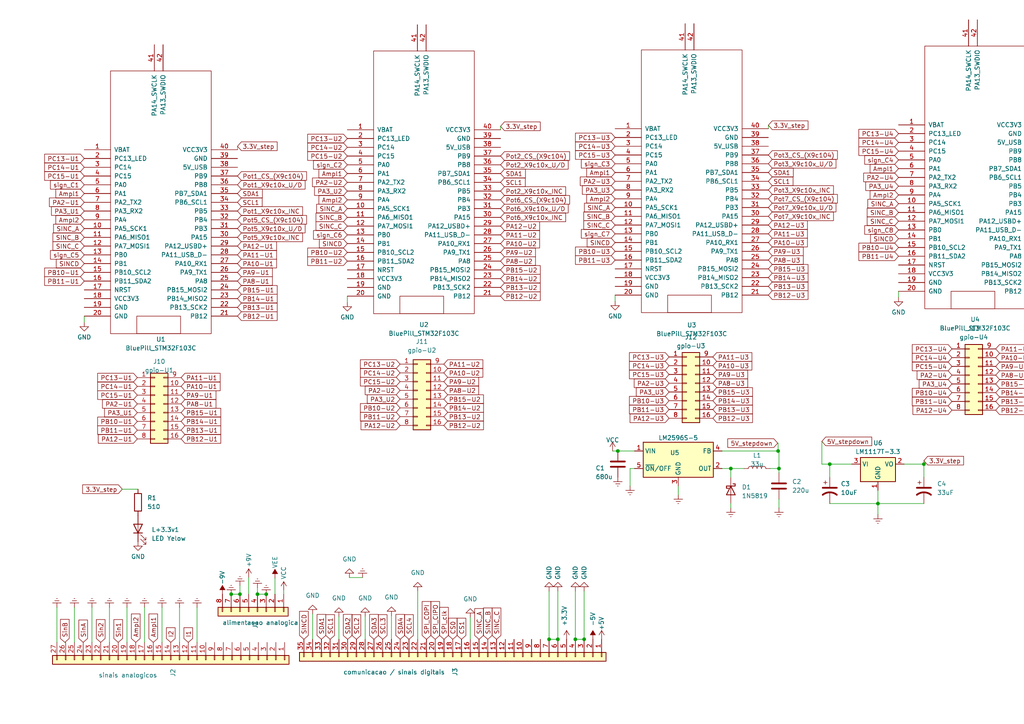
<source format=kicad_sch>
(kicad_sch (version 20230121) (generator eeschema)
  (paper "A4")
  (title_block (title "Placa de aquisicao STM32Bluepill") (date "2024-07-25") (rev "V01") (comment 1 "Autor: Gustavo Pinheiro") (comment 2 "Baseado no barramento V04") (comment 3 "Atenção: os sinais sinc_A , sinc_B e sinc_C foram adicionados ao barramento principal") (comment 4 "4 Canais + amplitude de corrente ou 8 canais"))
  (junction (at 69.5948 172.339))
  (junction (at 67.0548 172.339))
  (junction (at 254.635 146.05))
  (junction (at 225.679 130.81))
  (junction (at 179.197 130.81))
  (junction (at 77.2148 172.339))
  (junction (at 159.258 185.42))
  (junction (at 166.878 185.42))
  (junction (at 169.418 185.42))
  (junction (at 161.798 185.42))
  (junction (at 211.963 135.89))
  (junction (at 240.665 134.62))
  (junction (at 74.6748 172.339))
  (junction (at 225.933 135.89))
  (junction (at 267.97 134.62))
  (wire (pts (xy 209.423 130.81) (xy 225.679 130.81)))
  (wire (pts (xy 67.0548 172.339) (xy 69.5948 172.339)))
  (wire (pts (xy 100.7364 87.6808) (xy 100.7364 85.9028)))
  (wire (pts (xy 16.51 176.149) (xy 16.51 186.309)))
  (wire (pts (xy 262.255 134.62) (xy 267.97 134.62)))
  (wire (pts (xy 101.346 167.513) (xy 105.156 167.513)))
  (wire (pts (xy 182.753 135.89) (xy 184.023 135.89)))
  (wire (pts (xy 72.1348 167.513) (xy 72.1348 172.339)))
  (wire (pts (xy 26.67 176.149) (xy 26.67 186.309)))
  (wire (pts (xy 254.635 142.24) (xy 254.635 146.05)))
  (wire (pts (xy 159.258 171.45) (xy 159.258 185.42)))
  (wire (pts (xy 209.423 135.89) (xy 211.963 135.89)))
  (wire (pts (xy 260.604 86.2584) (xy 260.604 84.4804)))
  (wire (pts (xy 98.298 178.816) (xy 98.298 185.42)))
  (wire (pts (xy 68.8848 42.418) (xy 68.8848 43.434)))
  (wire (pts (xy 305.054 35.2044) (xy 305.054 36.2204)))
  (wire (pts (xy 225.933 130.81) (xy 225.933 135.89)))
  (wire (pts (xy 161.798 171.45) (xy 161.798 185.42)))
  (wire (pts (xy 74.6731 171.659) (xy 74.6748 171.659)))
  (wire (pts (xy 21.59 176.149) (xy 21.59 186.309)))
  (wire (pts (xy 52.07 176.149) (xy 52.07 186.309)))
  (wire (pts (xy 145.1864 36.6268) (xy 145.1864 37.6428)))
  (wire (pts (xy 74.6731 170.4476) (xy 74.6731 171.659)))
  (wire (pts (xy 69.5948 169.799) (xy 69.5948 172.339)))
  (wire (pts (xy 254.635 146.05) (xy 267.97 146.05)))
  (wire (pts (xy 238.379 134.62) (xy 240.665 134.62)))
  (wire (pts (xy 225.679 130.81) (xy 225.933 130.81)))
  (wire (pts (xy 225.679 128.524) (xy 225.552 128.524)))
  (wire (pts (xy 136.398 179.07) (xy 136.398 185.42)))
  (wire (pts (xy 57.15 176.149) (xy 57.15 186.309)))
  (wire (pts (xy 179.197 130.81) (xy 184.023 130.81)))
  (wire (pts (xy 79.755 167.6559) (xy 79.755 172.339)))
  (wire (pts (xy 211.963 147.32) (xy 211.963 146.05)))
  (wire (pts (xy 240.665 138.43) (xy 240.665 134.62)))
  (wire (pts (xy 79.755 172.339) (xy 79.7548 172.339)))
  (wire (pts (xy 166.878 185.42) (xy 169.418 185.42)))
  (wire (pts (xy 74.6748 171.659) (xy 74.6748 172.339)))
  (wire (pts (xy 36.83 176.149) (xy 36.83 186.309)))
  (wire (pts (xy 182.753 140.97) (xy 182.753 135.89)))
  (wire (pts (xy 254.635 146.05) (xy 254.635 149.225)))
  (wire (pts (xy 166.878 171.45) (xy 166.878 185.42)))
  (wire (pts (xy 105.918 178.816) (xy 105.918 185.42)))
  (wire (pts (xy 225.933 147.32) (xy 225.933 144.78)))
  (wire (pts (xy 240.665 134.62) (xy 247.015 134.62)))
  (wire (pts (xy 267.97 134.62) (xy 267.97 138.43)))
  (wire (pts (xy 82.296 171.232) (xy 82.296 172.339)))
  (wire (pts (xy 169.418 171.45) (xy 169.418 185.42)))
  (wire (pts (xy 82.2948 172.339) (xy 82.296 172.339)))
  (wire (pts (xy 211.963 135.89) (xy 211.963 138.43)))
  (wire (pts (xy 177.673 130.81) (xy 179.197 130.81)))
  (wire (pts (xy 267.97 133.604) (xy 267.97 134.62)))
  (wire (pts (xy 159.258 185.42) (xy 161.798 185.42)))
  (wire (pts (xy 19.05 186.309) (xy 18.796 186.309)))
  (wire (pts (xy 40.0304 141.8844) (xy 35.4584 141.8844)))
  (wire (pts (xy 225.679 130.81) (xy 225.679 128.524)))
  (wire (pts (xy 225.933 135.89) (xy 225.933 137.16)))
  (wire (pts (xy 240.665 146.05) (xy 254.635 146.05)))
  (wire (pts (xy 196.723 143.51) (xy 196.723 140.97)))
  (wire (pts (xy 238.379 128.016) (xy 238.379 134.62)))
  (wire (pts (xy 74.6748 172.339) (xy 77.2148 172.339)))
  (wire (pts (xy 223.393 135.89) (xy 225.933 135.89)))
  (wire (pts (xy 90.678 178.054) (xy 90.678 185.42)))
  (wire (pts (xy 24.4348 93.472) (xy 24.4348 91.694)))
  (wire (pts (xy 222.8596 36.322) (xy 222.8596 37.338)))
  (wire (pts (xy 41.91 176.149) (xy 41.91 186.309)))
  (wire (pts (xy 113.538 178.562) (xy 113.538 185.42)))
  (wire (pts (xy 178.4096 87.376) (xy 178.4096 85.598)))
  (wire (pts (xy 31.75 176.149) (xy 31.75 186.309)))
  (wire (pts (xy 211.963 135.89) (xy 215.773 135.89)))
  (wire (pts (xy 121.158 171.45) (xy 121.158 185.42)))
  (wire (pts (xy 46.99 176.149) (xy 46.99 186.309)))
  (global_label "3.3V_step" (shape input) (at 267.97 133.604 0) (property "Intersheetrefs" "${INTERSHEET_REFS}" (effects hide)))
  (global_label "sign_C6" (shape input) (at 100.7364 68.1228 180) (property "Intersheetrefs" "${INTERSHEET_REFS}" (effects hide)))
  (global_label "PA2-U3" (shape input) (at 194.056 111.1504 180) (property "Intersheetrefs" "${INTERSHEET_REFS}" (effects hide)))
  (global_label "SINC_B" (shape input) (at 178.4096 62.738 180) (property "Intersheetrefs" "${INTERSHEET_REFS}" (effects hide)))
  (global_label "Pot5_X9c10x_U{slash}D" (shape input) (at 68.8848 66.294 0) (property "Intersheetrefs" "${INTERSHEET_REFS}" (effects hide)))
  (global_label "PA10-U1" (shape input) (at 52.5272 112.0648 0) (property "Intersheetrefs" "${INTERSHEET_REFS}" (effects hide)))
  (global_label "SPI_clk" (shape input) (at 128.778 185.42 90) (property "Intersheetrefs" "${INTERSHEET_REFS}" (effects hide)))
  (global_label "sign_C5" (shape input) (at -82.2452 157.3784 180) (property "Intersheetrefs" "${INTERSHEET_REFS}" (effects hide)))
  (global_label "PC13-U1" (shape input) (at 24.4348 45.974 180) (property "Intersheetrefs" "${INTERSHEET_REFS}" (effects hide)))
  (global_label "I1" (shape input) (at 54.61 186.309 90) (property "Intersheetrefs" "${INTERSHEET_REFS}" (effects hide)))
  (global_label "Pot6_X9c10x_U{slash}D" (shape input) (at -142.4432 173.1264 180) (property "Intersheetrefs" "${INTERSHEET_REFS}" (effects hide)))
  (global_label "PC15-U3" (shape input) (at 194.056 108.6104 180) (property "Intersheetrefs" "${INTERSHEET_REFS}" (effects hide)))
  (global_label "PA9-U1" (shape input) (at 52.5272 114.6048 0) (property "Intersheetrefs" "${INTERSHEET_REFS}" (effects hide)))
  (global_label "PC14-U4" (shape input) (at 260.604 41.3004 180) (property "Intersheetrefs" "${INTERSHEET_REFS}" (effects hide)))
  (global_label "PA8-U1" (shape input) (at 68.8848 81.534 0) (property "Intersheetrefs" "${INTERSHEET_REFS}" (effects hide)))
  (global_label "PA11-U1" (shape input) (at 68.8848 73.914 0) (property "Intersheetrefs" "${INTERSHEET_REFS}" (effects hide)))
  (global_label "Pot3_X9c10x_U{slash}D" (shape input) (at -64.8716 129.6924 0) (property "Intersheetrefs" "${INTERSHEET_REFS}" (effects hide)))
  (global_label "PA10-U3" (shape input) (at 206.756 106.0704 0) (property "Intersheetrefs" "${INTERSHEET_REFS}" (effects hide)))
  (global_label "Pot8_CS_(X9c104)" (shape input) (at -129.7432 170.5864 0) (property "Intersheetrefs" "${INTERSHEET_REFS}" (effects hide)))
  (global_label "PC15-U3" (shape input) (at 178.4096 44.958 180) (property "Intersheetrefs" "${INTERSHEET_REFS}" (effects hide)))
  (global_label "SCL1" (shape input) (at 305.054 51.4604 0) (property "Intersheetrefs" "${INTERSHEET_REFS}" (effects hide)))
  (global_label "SDA3" (shape input) (at 108.458 185.42 90) (property "Intersheetrefs" "${INTERSHEET_REFS}" (effects hide)))
  (global_label "Pot8_X9c10x_INC" (shape input) (at -129.7432 175.6664 0) (property "Intersheetrefs" "${INTERSHEET_REFS}" (effects hide)))
  (global_label "PC14-U3" (shape input) (at 194.056 106.0704 180) (property "Intersheetrefs" "${INTERSHEET_REFS}" (effects hide)))
  (global_label "PB15-U3" (shape input) (at 222.8596 77.978 0) (property "Intersheetrefs" "${INTERSHEET_REFS}" (effects hide)))
  (global_label "Pot1_CS_(X9c104)" (shape input) (at -138.6332 132.4864 180) (property "Intersheetrefs" "${INTERSHEET_REFS}" (effects hide)))
  (global_label "Pot7_X9c10x_U{slash}D" (shape input) (at -69.5452 164.9984 0) (property "Intersheetrefs" "${INTERSHEET_REFS}" (effects hide)))
  (global_label "sign_C3" (shape input) (at -64.8716 122.0724 0) (property "Intersheetrefs" "${INTERSHEET_REFS}" (effects hide)))
  (global_label "PB14-U1" (shape input) (at 68.8848 86.614 0) (property "Intersheetrefs" "${INTERSHEET_REFS}" (effects hide)))
  (global_label "CS1" (shape input) (at 133.858 185.42 90) (property "Intersheetrefs" "${INTERSHEET_REFS}" (effects hide)))
  (global_label "PA11-U1" (shape input) (at 52.5272 109.5248 0) (property "Intersheetrefs" "${INTERSHEET_REFS}" (effects hide)))
  (global_label "PA11-U4" (shape input) (at 305.054 66.7004 0) (property "Intersheetrefs" "${INTERSHEET_REFS}" (effects hide)))
  (global_label "PB11-U2" (shape input) (at 116.0272 120.8532 180) (property "Intersheetrefs" "${INTERSHEET_REFS}" (effects hide)))
  (global_label "SDA2" (shape input) (at 100.838 185.42 90) (property "Intersheetrefs" "${INTERSHEET_REFS}" (effects hide)))
  (global_label "Pot7_X9c10x_INC" (shape input) (at -69.5452 167.5384 0) (property "Intersheetrefs" "${INTERSHEET_REFS}" (effects hide)))
  (global_label "PB14-U3" (shape input) (at 206.756 116.2304 0) (property "Intersheetrefs" "${INTERSHEET_REFS}" (effects hide)))
  (global_label "Pot8_X9c10x_U{slash}D" (shape input) (at -129.7432 173.1264 0) (property "Intersheetrefs" "${INTERSHEET_REFS}" (effects hide)))
  (global_label "PB11-U4" (shape input) (at 260.604 74.3204 180) (property "Intersheetrefs" "${INTERSHEET_REFS}" (effects hide)))
  (global_label "PB12-U2" (shape input) (at 145.1864 85.9028 0) (property "Intersheetrefs" "${INTERSHEET_REFS}" (effects hide)))
  (global_label "PA2-U2" (shape input) (at 116.0272 113.2332 180) (property "Intersheetrefs" "${INTERSHEET_REFS}" (effects hide)))
  (global_label "PB15-U1" (shape input) (at 52.5272 119.6848 0) (property "Intersheetrefs" "${INTERSHEET_REFS}" (effects hide)))
  (global_label "Pot4_CS_(X9c104)" (shape input) (at 305.054 43.8404 0) (property "Intersheetrefs" "${INTERSHEET_REFS}" (effects hide)))
  (global_label "PB13-U2" (shape input) (at 145.1864 83.3628 0) (property "Intersheetrefs" "${INTERSHEET_REFS}" (effects hide)))
  (global_label "PB14-U4" (shape input) (at 305.054 79.4004 0) (property "Intersheetrefs" "${INTERSHEET_REFS}" (effects hide)))
  (global_label "PB15-U2" (shape input) (at 145.1864 78.2828 0) (property "Intersheetrefs" "${INTERSHEET_REFS}" (effects hide)))
  (global_label "Ampl2" (shape input) (at 178.4096 57.658 180) (property "Intersheetrefs" "${INTERSHEET_REFS}" (effects hide)))
  (global_label "sign_C6" (shape input) (at -142.4432 160.4264 180) (property "Intersheetrefs" "${INTERSHEET_REFS}" (effects hide)))
  (global_label "Ampl1" (shape input) (at 44.45 186.309 90) (property "Intersheetrefs" "${INTERSHEET_REFS}" (effects hide)))
  (global_label "PA8-U3" (shape input) (at 222.8596 75.438 0) (property "Intersheetrefs" "${INTERSHEET_REFS}" (effects hide)))
  (global_label "sign_C2" (shape input) (at -77.5716 124.6124 180) (property "Intersheetrefs" "${INTERSHEET_REFS}" (effects hide)))
  (global_label "SDA1" (shape input) (at 93.218 185.42 90) (property "Intersheetrefs" "${INTERSHEET_REFS}" (effects hide)))
  (global_label "PC13-U3" (shape input) (at 194.056 103.5304 180) (property "Intersheetrefs" "${INTERSHEET_REFS}" (effects hide)))
  (global_label "PB11-U2" (shape input) (at 100.7364 75.7428 180) (property "Intersheetrefs" "${INTERSHEET_REFS}" (effects hide)))
  (global_label "SINC_A" (shape input) (at 100.7364 60.5028 180) (property "Intersheetrefs" "${INTERSHEET_REFS}" (effects hide)))
  (global_label "PB12-U1" (shape input) (at 68.8848 91.694 0) (property "Intersheetrefs" "${INTERSHEET_REFS}" (effects hide)))
  (global_label "PC14-U2" (shape input) (at 100.7364 42.7228 180) (property "Intersheetrefs" "${INTERSHEET_REFS}" (effects hide)))
  (global_label "sign_C8" (shape input) (at -69.5452 159.9184 0) (property "Intersheetrefs" "${INTERSHEET_REFS}" (effects hide)))
  (global_label "3.3V_step" (shape input) (at 35.4584 141.8844 180) (property "Intersheetrefs" "${INTERSHEET_REFS}" (effects hide)))
  (global_label "Pot7_X9c10x_INC" (shape input) (at 222.8596 62.738 0) (property "Intersheetrefs" "${INTERSHEET_REFS}" (effects hide)))
  (global_label "PC13-U3" (shape input) (at 178.4096 39.878 180) (property "Intersheetrefs" "${INTERSHEET_REFS}" (effects hide)))
  (global_label "sign_C6" (shape input) (at -82.2452 159.9184 180) (property "Intersheetrefs" "${INTERSHEET_REFS}" (effects hide)))
  (global_label "PB10-U4" (shape input) (at 276.098 113.8936 180) (property "Intersheetrefs" "${INTERSHEET_REFS}" (effects hide)))
  (global_label "Pot7_CS_(X9c104)" (shape input) (at 222.8596 57.658 0) (property "Intersheetrefs" "${INTERSHEET_REFS}" (effects hide)))
  (global_label "Pot5_CS_(X9c104)" (shape input) (at -82.2452 162.4584 180) (property "Intersheetrefs" "${INTERSHEET_REFS}" (effects hide)))
  (global_label "PA11-U2" (shape input) (at 128.7272 105.6132 0) (property "Intersheetrefs" "${INTERSHEET_REFS}" (effects hide)))
  (global_label "SINC_B" (shape input) (at 260.604 61.6204 180) (property "Intersheetrefs" "${INTERSHEET_REFS}" (effects hide)))
  (global_label "Pot3_X9c10x_INC" (shape input) (at 222.8596 55.118 0) (property "Intersheetrefs" "${INTERSHEET_REFS}" (effects hide)))
  (global_label "Pot2_CS_(X9c104)" (shape input) (at -77.5716 134.7724 180) (property "Intersheetrefs" "${INTERSHEET_REFS}" (effects hide)))
  (global_label "Pot6_CS_(X9c104)" (shape input) (at -142.4432 170.5864 180) (property "Intersheetrefs" "${INTERSHEET_REFS}" (effects hide)))
  (global_label "PA8-U2" (shape input) (at 128.7272 113.2332 0) (property "Intersheetrefs" "${INTERSHEET_REFS}" (effects hide)))
  (global_label "PA2-U4" (shape input) (at 276.098 108.8136 180) (property "Intersheetrefs" "${INTERSHEET_REFS}" (effects hide)))
  (global_label "PA11-U4" (shape input) (at 288.798 101.1936 0) (property "Intersheetrefs" "${INTERSHEET_REFS}" (effects hide)))
  (global_label "PA9-U3" (shape input) (at 222.8596 72.898 0) (property "Intersheetrefs" "${INTERSHEET_REFS}" (effects hide)))
  (global_label "Pot8_X9c10x_U{slash}D" (shape input) (at -69.5452 172.6184 0) (property "Intersheetrefs" "${INTERSHEET_REFS}" (effects hide)))
  (global_label "PB11-U1" (shape input) (at 39.8272 124.7648 180) (property "Intersheetrefs" "${INTERSHEET_REFS}" (effects hide)))
  (global_label "PA10-U3" (shape input) (at 222.8596 70.358 0) (property "Intersheetrefs" "${INTERSHEET_REFS}" (effects hide)))
  (global_label "SDA1" (shape input) (at 145.1864 50.3428 0) (property "Intersheetrefs" "${INTERSHEET_REFS}" (effects hide)))
  (global_label "Pot8_CS_(X9c104)" (shape input) (at -69.5452 170.0784 0) (property "Intersheetrefs" "${INTERSHEET_REFS}" (effects hide)))
  (global_label "3.3V_step" (shape input) (at 145.1864 36.6268 0) (property "Intersheetrefs" "${INTERSHEET_REFS}" (effects hide)))
  (global_label "SINC_C" (shape input) (at 100.7364 65.5828 180) (property "Intersheetrefs" "${INTERSHEET_REFS}" (effects hide)))
  (global_label "Pot1_X9c10x_INC" (shape input) (at 68.8848 61.214 0) (property "Intersheetrefs" "${INTERSHEET_REFS}" (effects hide)))
  (global_label "SINC_C" (shape input) (at 260.604 64.1604 180) (property "Intersheetrefs" "${INTERSHEET_REFS}" (effects hide)))
  (global_label "Ampl1" (shape input) (at 178.4096 50.038 180) (property "Intersheetrefs" "${INTERSHEET_REFS}" (effects hide)))
  (global_label "Pot3_X9c10x_U{slash}D" (shape input) (at 222.8596 47.498 0) (property "Intersheetrefs" "${INTERSHEET_REFS}" (effects hide)))
  (global_label "PA12-U3" (shape input) (at 194.056 121.3104 180) (property "Intersheetrefs" "${INTERSHEET_REFS}" (effects hide)))
  (global_label "PA3_U4" (shape input) (at 276.098 111.3536 180) (property "Intersheetrefs" "${INTERSHEET_REFS}" (effects hide)))
  (global_label "sign_C5" (shape input) (at 24.4348 73.914 180) (property "Intersheetrefs" "${INTERSHEET_REFS}" (effects hide)))
  (global_label "Pot1_X9c10x_U{slash}D" (shape input) (at -138.6332 135.0264 180) (property "Intersheetrefs" "${INTERSHEET_REFS}" (effects hide)))
  (global_label "sign_C4" (shape input) (at -125.9332 129.9464 0) (property "Intersheetrefs" "${INTERSHEET_REFS}" (effects hide)))
  (global_label "Ampl2" (shape input) (at 39.37 186.309 90) (property "Intersheetrefs" "${INTERSHEET_REFS}" (effects hide)))
  (global_label "PB15-U4" (shape input) (at 288.798 111.3536 0) (property "Intersheetrefs" "${INTERSHEET_REFS}" (effects hide)))
  (global_label "PC14-U1" (shape input) (at 24.4348 48.514 180) (property "Intersheetrefs" "${INTERSHEET_REFS}" (effects hide)))
  (global_label "SINC_B" (shape input) (at 24.4348 68.834 180) (property "Intersheetrefs" "${INTERSHEET_REFS}" (effects hide)))
  (global_label "Pot6_X9c10x_U{slash}D" (shape input) (at 145.1864 60.5028 0) (property "Intersheetrefs" "${INTERSHEET_REFS}" (effects hide)))
  (global_label "Pot3_CS_(X9c104)" (shape input) (at -64.8716 127.1524 0) (property "Intersheetrefs" "${INTERSHEET_REFS}" (effects hide)))
  (global_label "PB13-U1" (shape input) (at 52.5272 124.7648 0) (property "Intersheetrefs" "${INTERSHEET_REFS}" (effects hide)))
  (global_label "SINCD" (shape input) (at 24.4348 76.454 180) (property "Intersheetrefs" "${INTERSHEET_REFS}" (effects hide)))
  (global_label "Ampl1" (shape input) (at 100.7364 50.3428 180) (property "Intersheetrefs" "${INTERSHEET_REFS}" (effects hide)))
  (global_label "PA2-U4" (shape input) (at 260.604 51.4604 180) (property "Intersheetrefs" "${INTERSHEET_REFS}" (effects hide)))
  (global_label "Pot4_X9c10x_INC" (shape input) (at -64.8716 139.8524 0) (property "Intersheetrefs" "${INTERSHEET_REFS}" (effects hide)))
  (global_label "3.3V_step" (shape input) (at 222.8596 36.322 0) (property "Intersheetrefs" "${INTERSHEET_REFS}" (effects hide)))
  (global_label "sign_C7" (shape input) (at -69.5452 157.3784 0) (property "Intersheetrefs" "${INTERSHEET_REFS}" (effects hide)))
  (global_label "PC15-U1" (shape input) (at 24.4348 51.054 180) (property "Intersheetrefs" "${INTERSHEET_REFS}" (effects hide)))
  (global_label "PA9-U4" (shape input) (at 288.798 106.2736 0) (property "Intersheetrefs" "${INTERSHEET_REFS}" (effects hide)))
  (global_label "PC14-U2" (shape input) (at 116.0272 108.1532 180) (property "Intersheetrefs" "${INTERSHEET_REFS}" (effects hide)))
  (global_label "5V_stepdown" (shape input) (at 238.379 128.016 0) (property "Intersheetrefs" "${INTERSHEET_REFS}" (effects hide)))
  (global_label "Ampl1" (shape input) (at 260.604 48.9204 180) (property "Intersheetrefs" "${INTERSHEET_REFS}" (effects hide)))
  (global_label "Pot4_CS_(X9c104)" (shape input) (at -125.9332 140.1064 0) (property "Intersheetrefs" "${INTERSHEET_REFS}" (effects hide)))
  (global_label "Pot7_X9c10x_U{slash}D" (shape input) (at -129.7432 165.5064 0) (property "Intersheetrefs" "${INTERSHEET_REFS}" (effects hide)))
  (global_label "PB12-U4" (shape input) (at 305.054 84.4804 0) (property "Intersheetrefs" "${INTERSHEET_REFS}" (effects hide)))
  (global_label "Pot7_CS_(X9c104)" (shape input) (at -69.5452 162.4584 0) (property "Intersheetrefs" "${INTERSHEET_REFS}" (effects hide)))
  (global_label "SCL2" (shape input) (at 103.378 185.42 90) (property "Intersheetrefs" "${INTERSHEET_REFS}" (effects hide)))
  (global_label "Pot5_X9c10x_U{slash}D" (shape input) (at -82.2452 164.9984 180) (property "Intersheetrefs" "${INTERSHEET_REFS}" (effects hide)))
  (global_label "PB13-U4" (shape input) (at 305.054 81.9404 0) (property "Intersheetrefs" "${INTERSHEET_REFS}" (effects hide)))
  (global_label "SCL3" (shape input) (at 110.998 185.42 90) (property "Intersheetrefs" "${INTERSHEET_REFS}" (effects hide)))
  (global_label "PA12-U2" (shape input) (at 145.1864 65.5828 0) (property "Intersheetrefs" "${INTERSHEET_REFS}" (effects hide)))
  (global_label "SINC_A" (shape input) (at 260.604 59.0804 180) (property "Intersheetrefs" "${INTERSHEET_REFS}" (effects hide)))
  (global_label "PA2-U1" (shape input) (at 24.4348 58.674 180) (property "Intersheetrefs" "${INTERSHEET_REFS}" (effects hide)))
  (global_label "Pot8_X9c10x_U{slash}D" (shape input) (at 305.054 59.0804 0) (property "Intersheetrefs" "${INTERSHEET_REFS}" (effects hide)))
  (global_label "Sin2" (shape input) (at 29.21 186.309 90) (property "Intersheetrefs" "${INTERSHEET_REFS}" (effects hide)))
  (global_label "PB15-U3" (shape input) (at 206.756 113.6904 0) (property "Intersheetrefs" "${INTERSHEET_REFS}" (effects hide)))
  (global_label "Pot3_CS_(X9c104)" (shape input) (at 222.8596 44.958 0) (property "Intersheetrefs" "${INTERSHEET_REFS}" (effects hide)))
  (global_label "SINC_B" (shape input) (at 100.7364 63.0428 180) (property "Intersheetrefs" "${INTERSHEET_REFS}" (effects hide)))
  (global_label "5V_stepdown" (shape input) (at 225.552 128.524 180) (property "Intersheetrefs" "${INTERSHEET_REFS}" (effects hide)))
  (global_label "PC13-U4" (shape input) (at 260.604 38.7604 180) (property "Intersheetrefs" "${INTERSHEET_REFS}" (effects hide)))
  (global_label "Pot1_X9c10x_INC" (shape input) (at -138.6332 137.5664 180) (property "Intersheetrefs" "${INTERSHEET_REFS}" (effects hide)))
  (global_label "Pot7_CS_(X9c104)" (shape input) (at -129.7432 162.9664 0) (property "Intersheetrefs" "${INTERSHEET_REFS}" (effects hide)))
  (global_label "SINC_A" (shape input) (at 138.938 185.42 90) (property "Intersheetrefs" "${INTERSHEET_REFS}" (effects hide)))
  (global_label "PC13-U4" (shape input) (at 276.098 101.1936 180) (property "Intersheetrefs" "${INTERSHEET_REFS}" (effects hide)))
  (global_label "SINCD" (shape input) (at 100.7364 70.6628 180) (property "Intersheetrefs" "${INTERSHEET_REFS}" (effects hide)))
  (global_label "PB10-U4" (shape input) (at 260.604 71.7804 180) (property "Intersheetrefs" "${INTERSHEET_REFS}" (effects hide)))
  (global_label "Pot1_X9c10x_U{slash}D" (shape input) (at 68.8848 53.594 0) (property "Intersheetrefs" "${INTERSHEET_REFS}" (effects hide)))
  (global_label "PA2-U1" (shape input) (at 39.8272 117.1448 180) (property "Intersheetrefs" "${INTERSHEET_REFS}" (effects hide)))
  (global_label "Pot2_X9c10x_INC" (shape input) (at 145.1864 55.4228 0) (property "Intersheetrefs" "${INTERSHEET_REFS}" (effects hide)))
  (global_label "PA9-U4" (shape input) (at 305.054 71.7804 0) (property "Intersheetrefs" "${INTERSHEET_REFS}" (effects hide)))
  (global_label "Pot5_X9c10x_INC" (shape input) (at 68.8848 68.834 0) (property "Intersheetrefs" "${INTERSHEET_REFS}" (effects hide)))
  (global_label "SCL4" (shape input) (at 118.618 185.42 90) (property "Intersheetrefs" "${INTERSHEET_REFS}" (effects hide)))
  (global_label "PA11-U2" (shape input) (at 145.1864 68.1228 0) (property "Intersheetrefs" "${INTERSHEET_REFS}" (effects hide)))
  (global_label "sign_C7" (shape input) (at 178.4096 67.818 180) (property "Intersheetrefs" "${INTERSHEET_REFS}" (effects hide)))
  (global_label "sign_C5" (shape input) (at -142.4432 157.8864 180) (property "Intersheetrefs" "${INTERSHEET_REFS}" (effects hide)))
  (global_label "PB14-U1" (shape input) (at 52.5272 122.2248 0) (property "Intersheetrefs" "${INTERSHEET_REFS}" (effects hide)))
  (global_label "SPI_CIPO" (shape input) (at 126.238 185.42 90) (property "Intersheetrefs" "${INTERSHEET_REFS}" (effects hide)))
  (global_label "3.3V_step" (shape input) (at 68.8848 42.418 0) (property "Intersheetrefs" "${INTERSHEET_REFS}" (effects hide)))
  (global_label "sign_C2" (shape input) (at 100.7364 47.8028 180) (property "Intersheetrefs" "${INTERSHEET_REFS}" (effects hide)))
  (global_label "PA3_U1" (shape input) (at 39.8272 119.6848 180) (property "Intersheetrefs" "${INTERSHEET_REFS}" (effects hide)))
  (global_label "PA3_U2" (shape input) (at 100.7364 55.4228 180) (property "Intersheetrefs" "${INTERSHEET_REFS}" (effects hide)))
  (global_label "Pot3_X9c10x_INC" (shape input) (at -125.9332 137.5664 0) (property "Intersheetrefs" "${INTERSHEET_REFS}" (effects hide)))
  (global_label "SinA" (shape input) (at 24.13 186.309 90) (property "Intersheetrefs" "${INTERSHEET_REFS}" (effects hide)))
  (global_label "sign_C1" (shape input) (at -77.5716 122.0724 180) (property "Intersheetrefs" "${INTERSHEET_REFS}" (effects hide)))
  (global_label "SINC_A" (shape input) (at 24.4348 66.294 180) (property "Intersheetrefs" "${INTERSHEET_REFS}" (effects hide)))
  (global_label "SCL1" (shape input) (at 222.8596 52.578 0) (property "Intersheetrefs" "${INTERSHEET_REFS}" (effects hide)))
  (global_label "PC14-U3" (shape input) (at 178.4096 42.418 180) (property "Intersheetrefs" "${INTERSHEET_REFS}" (effects hide)))
  (global_label "SINCD" (shape input) (at 88.138 185.42 90) (property "Intersheetrefs" "${INTERSHEET_REFS}" (effects hide)))
  (global_label "PB13-U1" (shape input) (at 68.8848 89.154 0) (property "Intersheetrefs" "${INTERSHEET_REFS}" (effects hide)))
  (global_label "Pot7_X9c10x_U{slash}D" (shape input) (at 222.8596 60.198 0) (property "Intersheetrefs" "${INTERSHEET_REFS}" (effects hide)))
  (global_label "Pot4_X9c10x_U{slash}D" (shape input) (at -64.8716 137.3124 0) (property "Intersheetrefs" "${INTERSHEET_REFS}" (effects hide)))
  (global_label "SDA1" (shape input) (at 222.8596 50.038 0) (property "Intersheetrefs" "${INTERSHEET_REFS}" (effects hide)))
  (global_label "PA12-U1" (shape input) (at 68.8848 71.374 0) (property "Intersheetrefs" "${INTERSHEET_REFS}" (effects hide)))
  (global_label "PA11-U3" (shape input) (at 222.8596 67.818 0) (property "Intersheetrefs" "${INTERSHEET_REFS}" (effects hide)))
  (global_label "SCL1" (shape input) (at 68.8848 58.674 0) (property "Intersheetrefs" "${INTERSHEET_REFS}" (effects hide)))
  (global_label "Pot1_CS_(X9c104)" (shape input) (at -77.5716 127.1524 180) (property "Intersheetrefs" "${INTERSHEET_REFS}" (effects hide)))
  (global_label "SINCD" (shape input) (at 260.604 69.2404 180) (property "Intersheetrefs" "${INTERSHEET_REFS}" (effects hide)))
  (global_label "PB15-U1" (shape input) (at 68.8848 84.074 0) (property "Intersheetrefs" "${INTERSHEET_REFS}" (effects hide)))
  (global_label "sign_C4" (shape input) (at -64.8716 124.6124 0) (property "Intersheetrefs" "${INTERSHEET_REFS}" (effects hide)))
  (global_label "Pot2_X9c10x_INC" (shape input) (at -77.5716 139.8524 180) (property "Intersheetrefs" "${INTERSHEET_REFS}" (effects hide)))
  (global_label "PA10-U4" (shape input) (at 305.054 69.2404 0) (property "Intersheetrefs" "${INTERSHEET_REFS}" (effects hide)))
  (global_label "SINC_C" (shape input) (at 24.4348 71.374 180) (property "Intersheetrefs" "${INTERSHEET_REFS}" (effects hide)))
  (global_label "PC15-U2" (shape input) (at 116.0272 110.6932 180) (property "Intersheetrefs" "${INTERSHEET_REFS}" (effects hide)))
  (global_label "PA9-U2" (shape input) (at 145.1864 73.2028 0) (property "Intersheetrefs" "${INTERSHEET_REFS}" (effects hide)))
  (global_label "Pot5_X9c10x_INC" (shape input) (at -142.4432 168.0464 180) (property "Intersheetrefs" "${INTERSHEET_REFS}" (effects hide)))
  (global_label "Pot2_X9c10x_U{slash}D" (shape input) (at -77.5716 137.3124 180) (property "Intersheetrefs" "${INTERSHEET_REFS}" (effects hide)))
  (global_label "PA8-U1" (shape input) (at 52.5272 117.1448 0) (property "Intersheetrefs" "${INTERSHEET_REFS}" (effects hide)))
  (global_label "Pot2_CS_(X9c104)" (shape input) (at 145.1864 45.2628 0) (property "Intersheetrefs" "${INTERSHEET_REFS}" (effects hide)))
  (global_label "PB10-U3" (shape input) (at 178.4096 72.898 180) (property "Intersheetrefs" "${INTERSHEET_REFS}" (effects hide)))
  (global_label "PA8-U4" (shape input) (at 305.054 74.3204 0) (property "Intersheetrefs" "${INTERSHEET_REFS}" (effects hide)))
  (global_label "Ampl2" (shape input) (at 24.4348 63.754 180) (property "Intersheetrefs" "${INTERSHEET_REFS}" (effects hide)))
  (global_label "Pot6_CS_(X9c104)" (shape input) (at 145.1864 57.9628 0) (property "Intersheetrefs" "${INTERSHEET_REFS}" (effects hide)))
  (global_label "Pot2_CS_(X9c104)" (shape input) (at -138.6332 140.1064 180) (property "Intersheetrefs" "${INTERSHEET_REFS}" (effects hide)))
  (global_label "PA9-U3" (shape input) (at 206.756 108.6104 0) (property "Intersheetrefs" "${INTERSHEET_REFS}" (effects hide)))
  (global_label "SDA1" (shape input) (at 305.054 48.9204 0) (property "Intersheetrefs" "${INTERSHEET_REFS}" (effects hide)))
  (global_label "SINC_C" (shape input) (at 178.4096 65.278 180) (property "Intersheetrefs" "${INTERSHEET_REFS}" (effects hide)))
  (global_label "Pot4_X9c10x_INC" (shape input) (at 305.054 54.0004 0) (property "Intersheetrefs" "${INTERSHEET_REFS}" (effects hide)))
  (global_label "I2" (shape input) (at 49.53 186.309 90) (property "Intersheetrefs" "${INTERSHEET_REFS}" (effects hide)))
  (global_label "PA10-U2" (shape input) (at 128.7272 108.1532 0) (property "Intersheetrefs" "${INTERSHEET_REFS}" (effects hide)))
  (global_label "Pot6_X9c10x_INC" (shape input) (at 145.1864 63.0428 0) (property "Intersheetrefs" "${INTERSHEET_REFS}" (effects hide)))
  (global_label "SINC_A" (shape input) (at 178.4096 60.198 180) (property "Intersheetrefs" "${INTERSHEET_REFS}" (effects hide)))
  (global_label "SINC_C" (shape input) (at 144.018 185.42 90) (property "Intersheetrefs" "${INTERSHEET_REFS}" (effects hide)))
  (global_label "PB11-U3" (shape input) (at 178.4096 75.438 180) (property "Intersheetrefs" "${INTERSHEET_REFS}" (effects hide)))
  (global_label "SINCD" (shape input) (at 178.4096 70.358 180) (property "Intersheetrefs" "${INTERSHEET_REFS}" (effects hide)))
  (global_label "Pot8_X9c10x_INC" (shape input) (at -69.5452 175.1584 0) (property "Intersheetrefs" "${INTERSHEET_REFS}" (effects hide)))
  (global_label "Pot6_X9c10x_INC" (shape input) (at -142.4432 175.6664 180) (property "Intersheetrefs" "${INTERSHEET_REFS}" (effects hide)))
  (global_label "sign_C2" (shape input) (at -138.6332 129.9464 180) (property "Intersheetrefs" "${INTERSHEET_REFS}" (effects hide)))
  (global_label "PB10-U1" (shape input) (at 39.8272 122.2248 180) (property "Intersheetrefs" "${INTERSHEET_REFS}" (effects hide)))
  (global_label "Pot4_CS_(X9c104)" (shape input) (at -64.8716 134.7724 0) (property "Intersheetrefs" "${INTERSHEET_REFS}" (effects hide)))
  (global_label "PC15-U4" (shape input) (at 260.604 43.8404 180) (property "Intersheetrefs" "${INTERSHEET_REFS}" (effects hide)))
  (global_label "PC15-U1" (shape input) (at 39.8272 114.6048 180) (property "Intersheetrefs" "${INTERSHEET_REFS}" (effects hide)))
  (global_label "Pot1_X9c10x_INC" (shape input) (at -77.5716 132.2324 180) (property "Intersheetrefs" "${INTERSHEET_REFS}" (effects hide)))
  (global_label "PB14-U2" (shape input) (at 128.7272 118.3132 0) (property "Intersheetrefs" "${INTERSHEET_REFS}" (effects hide)))
  (global_label "Pot2_X9c10x_INC" (shape input) (at -138.6332 145.1864 180) (property "Intersheetrefs" "${INTERSHEET_REFS}" (effects hide)))
  (global_label "PA3_U1" (shape input) (at 24.4348 61.214 180) (property "Intersheetrefs" "${INTERSHEET_REFS}" (effects hide)))
  (global_label "PA10-U4" (shape input) (at 288.798 103.7336 0) (property "Intersheetrefs" "${INTERSHEET_REFS}" (effects hide)))
  (global_label "PB12-U3" (shape input) (at 206.756 121.3104 0) (property "Intersheetrefs" "${INTERSHEET_REFS}" (effects hide)))
  (global_label "PB12-U1" (shape input) (at 52.5272 127.3048 0) (property "Intersheetrefs" "${INTERSHEET_REFS}" (effects hide)))
  (global_label "PB12-U2" (shape input) (at 128.7272 123.3932 0) (property "Intersheetrefs" "${INTERSHEET_REFS}" (effects hide)))
  (global_label "Pot5_CS_(X9c104)" (shape input) (at 68.8848 63.754 0) (property "Intersheetrefs" "${INTERSHEET_REFS}" (effects hide)))
  (global_label "sign_C8" (shape input) (at 260.604 66.7004 180) (property "Intersheetrefs" "${INTERSHEET_REFS}" (effects hide)))
  (global_label "sign_C7" (shape input) (at -129.7432 157.8864 0) (property "Intersheetrefs" "${INTERSHEET_REFS}" (effects hide)))
  (global_label "Pot4_X9c10x_INC" (shape input) (at -125.9332 145.1864 0) (property "Intersheetrefs" "${INTERSHEET_REFS}" (effects hide)))
  (global_label "sign_C8" (shape input) (at -129.7432 160.4264 0) (property "Intersheetrefs" "${INTERSHEET_REFS}" (effects hide)))
  (global_label "PA8-U4" (shape input) (at 288.798 108.8136 0) (property "Intersheetrefs" "${INTERSHEET_REFS}" (effects hide)))
  (global_label "sign_C1" (shape input) (at 24.4348 53.594 180) (property "Intersheetrefs" "${INTERSHEET_REFS}" (effects hide)))
  (global_label "PB14-U3" (shape input) (at 222.8596 80.518 0) (property "Intersheetrefs" "${INTERSHEET_REFS}" (effects hide)))
  (global_label "CS0" (shape input) (at 131.318 185.42 90) (property "Intersheetrefs" "${INTERSHEET_REFS}" (effects hide)))
  (global_label "PA10-U1" (shape input) (at 68.8848 76.454 0) (property "Intersheetrefs" "${INTERSHEET_REFS}" (effects hide)))
  (global_label "Pot2_X9c10x_U{slash}D" (shape input) (at 145.1864 47.8028 0) (property "Intersheetrefs" "${INTERSHEET_REFS}" (effects hide)))
  (global_label "PB15-U2" (shape input) (at 128.7272 115.7732 0) (property "Intersheetrefs" "${INTERSHEET_REFS}" (effects hide)))
  (global_label "Pot5_CS_(X9c104)" (shape input) (at -142.4432 162.9664 180) (property "Intersheetrefs" "${INTERSHEET_REFS}" (effects hide)))
  (global_label "PC13-U1" (shape input) (at 39.8272 109.5248 180) (property "Intersheetrefs" "${INTERSHEET_REFS}" (effects hide)))
  (global_label "PB10-U3" (shape input) (at 194.056 116.2304 180) (property "Intersheetrefs" "${INTERSHEET_REFS}" (effects hide)))
  (global_label "PA12-U3" (shape input) (at 222.8596 65.278 0) (property "Intersheetrefs" "${INTERSHEET_REFS}" (effects hide)))
  (global_label "PB11-U4" (shape input) (at 276.098 116.4336 180) (property "Intersheetrefs" "${INTERSHEET_REFS}" (effects hide)))
  (global_label "Pot8_CS_(X9c104)" (shape input) (at 305.054 56.5404 0) (property "Intersheetrefs" "${INTERSHEET_REFS}" (effects hide)))
  (global_label "Pot8_X9c10x_INC" (shape input) (at 305.054 61.6204 0) (property "Intersheetrefs" "${INTERSHEET_REFS}" (effects hide)))
  (global_label "Pot5_X9c10x_U{slash}D" (shape input) (at -142.4432 165.5064 180) (property "Intersheetrefs" "${INTERSHEET_REFS}" (effects hide)))
  (global_label "Ampl2" (shape input) (at 260.604 56.5404 180) (property "Intersheetrefs" "${INTERSHEET_REFS}" (effects hide)))
  (global_label "SinB" (shape input) (at 18.796 186.309 90) (property "Intersheetrefs" "${INTERSHEET_REFS}" (effects hide)))
  (global_label "sign_C1" (shape input) (at -138.6332 127.4064 180) (property "Intersheetrefs" "${INTERSHEET_REFS}" (effects hide)))
  (global_label "PA2-U3" (shape input) (at 178.4096 52.578 180) (property "Intersheetrefs" "${INTERSHEET_REFS}" (effects hide)))
  (global_label "Sin1" (shape input) (at 34.29 186.309 90) (property "Intersheetrefs" "${INTERSHEET_REFS}" (effects hide)))
  (global_label "PB14-U2" (shape input) (at 145.1864 80.8228 0) (property "Intersheetrefs" "${INTERSHEET_REFS}" (effects hide)))
  (global_label "PA3_U3" (shape input) (at 194.056 113.6904 180) (property "Intersheetrefs" "${INTERSHEET_REFS}" (effects hide)))
  (global_label "Pot3_X9c10x_U{slash}D" (shape input) (at -125.9332 135.0264 0) (property "Intersheetrefs" "${INTERSHEET_REFS}" (effects hide)))
  (global_label "PB10-U2" (shape input) (at 100.7364 73.2028 180) (property "Intersheetrefs" "${INTERSHEET_REFS}" (effects hide)))
  (global_label "PA12-U1" (shape input) (at 39.8272 127.3048 180) (property "Intersheetrefs" "${INTERSHEET_REFS}" (effects hide)))
  (global_label "Ampl2" (shape input) (at 100.7364 57.9628 180) (property "Intersheetrefs" "${INTERSHEET_REFS}" (effects hide)))
  (global_label "SCL1" (shape input) (at 95.758 185.42 90) (property "Intersheetrefs" "${INTERSHEET_REFS}" (effects hide)))
  (global_label "PB14-U4" (shape input) (at 288.798 113.8936 0) (property "Intersheetrefs" "${INTERSHEET_REFS}" (effects hide)))
  (global_label "PB13-U4" (shape input) (at 288.798 116.4336 0) (property "Intersheetrefs" "${INTERSHEET_REFS}" (effects hide)))
  (global_label "Pot7_X9c10x_INC" (shape input) (at -129.7432 168.0464 0) (property "Intersheetrefs" "${INTERSHEET_REFS}" (effects hide)))
  (global_label "sign_C4" (shape input) (at 260.604 46.3804 180) (property "Intersheetrefs" "${INTERSHEET_REFS}" (effects hide)))
  (global_label "PA12-U4" (shape input) (at 305.054 64.1604 0) (property "Intersheetrefs" "${INTERSHEET_REFS}" (effects hide)))
  (global_label "Pot6_X9c10x_U{slash}D" (shape input) (at -82.2452 172.6184 180) (property "Intersheetrefs" "${INTERSHEET_REFS}" (effects hide)))
  (global_label "SINC_B" (shape input) (at 141.478 185.42 90) (property "Intersheetrefs" "${INTERSHEET_REFS}" (effects hide)))
  (global_label "PA3_U2" (shape input) (at 116.0272 115.7732 180) (property "Intersheetrefs" "${INTERSHEET_REFS}" (effects hide)))
  (global_label "PC15-U2" (shape input) (at 100.7364 45.2628 180) (property "Intersheetrefs" "${INTERSHEET_REFS}" (effects hide)))
  (global_label "SPI_COPI" (shape input) (at 123.698 185.42 90) (property "Intersheetrefs" "${INTERSHEET_REFS}" (effects hide)))
  (global_label "Pot5_X9c10x_INC" (shape input) (at -82.2452 167.5384 180) (property "Intersheetrefs" "${INTERSHEET_REFS}" (effects hide)))
  (global_label "Pot4_X9c10x_U{slash}D" (shape input) (at 305.054 46.3804 0) (property "Intersheetrefs" "${INTERSHEET_REFS}" (effects hide)))
  (global_label "SCL1" (shape input) (at 145.1864 52.8828 0) (property "Intersheetrefs" "${INTERSHEET_REFS}" (effects hide)))
  (global_label "PB12-U4" (shape input) (at 288.798 118.9736 0) (property "Intersheetrefs" "${INTERSHEET_REFS}" (effects hide)))
  (global_label "Pot1_X9c10x_U{slash}D" (shape input) (at -77.5716 129.6924 180) (property "Intersheetrefs" "${INTERSHEET_REFS}" (effects hide)))
  (global_label "Pot1_CS_(X9c104)" (shape input) (at 68.8848 51.054 0) (property "Intersheetrefs" "${INTERSHEET_REFS}" (effects hide)))
  (global_label "PA9-U2" (shape input) (at 128.7272 110.6932 0) (property "Intersheetrefs" "${INTERSHEET_REFS}" (effects hide)))
  (global_label "PA8-U2" (shape input) (at 145.1864 75.7428 0) (property "Intersheetrefs" "${INTERSHEET_REFS}" (effects hide)))
  (global_label "PA12-U4" (shape input) (at 276.098 118.9736 180) (property "Intersheetrefs" "${INTERSHEET_REFS}" (effects hide)))
  (global_label "PA3_U3" (shape input) (at 178.4096 55.118 180) (property "Intersheetrefs" "${INTERSHEET_REFS}" (effects hide)))
  (global_label "PB11-U3" (shape input) (at 194.056 118.7704 180) (property "Intersheetrefs" "${INTERSHEET_REFS}" (effects hide)))
  (global_label "SDA4" (shape input) (at 116.078 185.42 90) (property "Intersheetrefs" "${INTERSHEET_REFS}" (effects hide)))
  (global_label "3.3V_step" (shape input) (at 305.054 35.2044 0) (property "Intersheetrefs" "${INTERSHEET_REFS}" (effects hide)))
  (global_label "sign_C3" (shape input) (at -125.9332 127.4064 0) (property "Intersheetrefs" "${INTERSHEET_REFS}" (effects hide)))
  (global_label "PB11-U1" (shape input) (at 24.4348 81.534 180) (property "Intersheetrefs" "${INTERSHEET_REFS}" (effects hide)))
  (global_label "Pot2_X9c10x_U{slash}D" (shape input) (at -138.6332 142.6464 180) (property "Intersheetrefs" "${INTERSHEET_REFS}" (effects hide)))
  (global_label "PA9-U1" (shape input) (at 68.8848 78.994 0) (property "Intersheetrefs" "${INTERSHEET_REFS}" (effects hide)))
  (global_label "Pot6_X9c10x_INC" (shape input) (at -82.2452 175.1584 180) (property "Intersheetrefs" "${INTERSHEET_REFS}" (effects hide)))
  (global_label "Pot3_CS_(X9c104)" (shape input) (at -125.9332 132.4864 0) (property "Intersheetrefs" "${INTERSHEET_REFS}" (effects hide)))
  (global_label "PC15-U4" (shape input) (at 276.098 106.2736 180) (property "Intersheetrefs" "${INTERSHEET_REFS}" (effects hide)))
  (global_label "PB13-U3" (shape input) (at 206.756 118.7704 0) (property "Intersheetrefs" "${INTERSHEET_REFS}" (effects hide)))
  (global_label "PB10-U1" (shape input) (at 24.4348 78.994 180) (property "Intersheetrefs" "${INTERSHEET_REFS}" (effects hide)))
  (global_label "Pot6_CS_(X9c104)" (shape input) (at -82.2452 170.0784 180) (property "Intersheetrefs" "${INTERSHEET_REFS}" (effects hide)))
  (global_label "PC14-U1" (shape input) (at 39.8272 112.0648 180) (property "Intersheetrefs" "${INTERSHEET_REFS}" (effects hide)))
  (global_label "PB13-U3" (shape input) (at 222.8596 83.058 0) (property "Intersheetrefs" "${INTERSHEET_REFS}" (effects hide)))
  (global_label "PB10-U2" (shape input) (at 116.0272 118.3132 180) (property "Intersheetrefs" "${INTERSHEET_REFS}" (effects hide)))
  (global_label "PA8-U3" (shape input) (at 206.756 111.1504 0) (property "Intersheetrefs" "${INTERSHEET_REFS}" (effects hide)))
  (global_label "PA10-U2" (shape input) (at 145.1864 70.6628 0) (property "Intersheetrefs" "${INTERSHEET_REFS}" (effects hide)))
  (global_label "PC13-U2" (shape input) (at 100.7364 40.1828 180) (property "Intersheetrefs" "${INTERSHEET_REFS}" (effects hide)))
  (global_label "SDA1" (shape input) (at 68.8848 56.134 0) (property "Intersheetrefs" "${INTERSHEET_REFS}" (effects hide)))
  (global_label "PA12-U2" (shape input) (at 116.0272 123.3932 180) (property "Intersheetrefs" "${INTERSHEET_REFS}" (effects hide)))
  (global_label "PC13-U2" (shape input) (at 116.0272 105.6132 180) (property "Intersheetrefs" "${INTERSHEET_REFS}" (effects hide)))
  (global_label "PA11-U3" (shape input) (at 206.756 103.5304 0) (property "Intersheetrefs" "${INTERSHEET_REFS}" (effects hide)))
  (global_label "PB15-U4" (shape input) (at 305.054 76.8604 0) (property "Intersheetrefs" "${INTERSHEET_REFS}" (effects hide)))
  (global_label "PB13-U2" (shape input) (at 128.7272 120.8532 0) (property "Intersheetrefs" "${INTERSHEET_REFS}" (effects hide)))
  (global_label "sign_C3" (shape input) (at 178.4096 47.498 180) (property "Intersheetrefs" "${INTERSHEET_REFS}" (effects hide)))
  (global_label "Ampl1" (shape input) (at 24.4348 56.134 180) (property "Intersheetrefs" "${INTERSHEET_REFS}" (effects hide)))
  (global_label "Pot3_X9c10x_INC" (shape input) (at -64.8716 132.2324 0) (property "Intersheetrefs" "${INTERSHEET_REFS}" (effects hide)))
  (global_label "PB12-U3" (shape input) (at 222.8596 85.598 0) (property "Intersheetrefs" "${INTERSHEET_REFS}" (effects hide)))
  (global_label "PA3_U4" (shape input) (at 260.604 54.0004 180) (property "Intersheetrefs" "${INTERSHEET_REFS}" (effects hide)))
  (global_label "PA2-U2" (shape input) (at 100.7364 52.8828 180) (property "Intersheetrefs" "${INTERSHEET_REFS}" (effects hide)))
  (global_label "PC14-U4" (shape input) (at 276.098 103.7336 180) (property "Intersheetrefs" "${INTERSHEET_REFS}" (effects hide)))
  (global_label "Pot4_X9c10x_U{slash}D" (shape input) (at -125.9332 142.6464 0) (property "Intersheetrefs" "${INTERSHEET_REFS}" (effects hide)))
  (symbol (lib_id "Connector_Generic:Conn_02x08_Top_Bottom") (at -77.1652 164.9984 0) (unit 1)
    (property "Reference" "J7" (at -75.8952 150.622 0))
    (property "Value" "Conn_02x08_Top_Bottom" (at -75.8952 153.162 0))
    (property "Footprint" "Connector_PinHeader_2.54mm:PinHeader_2x08_P2.54mm_Horizontal" (effects hide))
  )
  (symbol (lib_id "Connector_Generic:Conn_02x08_Top_Bottom") (at -133.5532 135.0264 0) (unit 1)
    (property "Reference" "J4" (at -132.2832 120.65 0))
    (property "Value" "Conn_02x08_Top_Bottom" (at -132.2832 123.19 0))
    (property "Footprint" "Connector_PinHeader_2.54mm:PinHeader_2x08_P2.54mm_Horizontal" (effects hide))
  )
  (symbol (lib_id "power:GND") (at 169.418 171.45 180) (unit 1)
    (property "Reference" "#PWR015" (effects hide))
    (property "Value" "GND" (at 169.418 166.116 90))
  )
  (symbol (lib_id "power:GND") (at 40.0304 157.1244 0) (unit 1)
    (property "Reference" "#PWR036" (effects hide))
    (property "Value" "GND" (at 40.0304 161.4424 0))
  )
  (symbol (lib_id "Regulator_Linear:LM1117T-3.3") (at 254.635 134.62 0) (unit 1)
    (property "Reference" "U6" (at 254.635 128.4733 0))
    (property "Value" "LM1117T-3.3" (at 254.635 131.0133 0))
    (property "Footprint" "Package_TO_SOT_THT:TO-220-3_Vertical" (effects hide))
    (property "Datasheet" "http://www.ti.com/lit/ds/symlink/lm1117.pdf" (effects hide))
  )
  (symbol (lib_id "power:Earth") (at 36.83 176.149 180) (unit 1)
    (property "Reference" "#PWR07" (effects hide))
    (property "Value" "Earth" (effects hide))
  )
  (symbol (lib_id "power:Earth") (at 52.07 176.149 180) (unit 1)
    (property "Reference" "#PWR027" (effects hide))
    (property "Value" "Earth" (effects hide))
  )
  (symbol (lib_id "power:+3.3V") (at 164.338 185.42 0) (unit 1)
    (property "Reference" "#PWR0130" (effects hide))
    (property "Value" "+3.3V" (at 163.703 181.61 90) (effects (justify left)))
  )
  (symbol (lib_id "power:GND") (at 260.604 86.2584 0) (unit 1)
    (property "Reference" "#PWR034" (effects hide))
    (property "Value" "GND" (at 260.604 90.5764 0))
  )
  (symbol (lib_id "power:Earth") (at 196.723 143.51 0) (unit 1)
    (property "Reference" "#PWR022" (effects hide))
    (property "Value" "Earth" (effects hide))
  )
  (symbol (lib_id "power:GND") (at 113.538 178.562 180) (unit 1)
    (property "Reference" "#PWR012" (effects hide))
    (property "Value" "GND" (at 113.538 173.228 0))
  )
  (symbol (lib_id "Connector_Generic:Conn_02x08_Top_Bottom") (at 121.1072 113.2332 0) (unit 1)
    (property "Reference" "J11" (at 122.3772 99.06 0))
    (property "Value" "gpio-U2" (at 122.3772 101.6 0))
    (property "Footprint" "Connector_PinHeader_2.54mm:PinHeader_2x08_P2.54mm_Vertical" (effects hide))
  )
  (symbol (lib_id "Connector_Generic:Conn_01x27") (at 49.53 191.389 270) (unit 1)
    (property "Reference" "J2" (at 50.165 193.929 0) (effects (justify left)))
    (property "Value" "sinais analogicos" (at 28.575 195.834 90) (effects (justify left)))
    (property "Footprint" "Connector_PinHeader_2.54mm:PinHeader_1x27_P2.54mm_Vertical" (effects hide))
  )
  (symbol (lib_id "bluepill_breakouts:BluePill_STM32F103C") (at 199.9996 55.118 0) (unit 1)
    (property "Reference" "U3" (at 200.6346 94.2848 0))
    (property "Value" "BluePill_STM32F103C" (at 200.6346 96.8248 0))
    (property "Footprint" "BluePill_STM32:BluePill_STM32F103C" (effects hide))
    (property "Datasheet" "www.rogerclark.net" (effects hide))
  )
  (symbol (lib_id "Regulator_Switching:LM2596S-5") (at 196.723 133.35 0) (unit 1)
    (property "Reference" "U5" (at 195.707 131.318 0))
    (property "Value" "LM2596S-5" (at 196.723 127 0))
    (property "Footprint" "Package_TO_SOT_THT:TO-220-5_P3.4x3.7mm_StaggerOdd_Lead3.8mm_Vertical" (effects hide))
    (property "Datasheet" "http://www.ti.com/lit/ds/symlink/lm2596.pdf" (effects hide))
  )
  (symbol (lib_id "power:Earth") (at 211.963 147.32 0) (unit 1)
    (property "Reference" "#PWR029" (effects hide))
    (property "Value" "Earth" (effects hide))
  )
  (symbol (lib_id "power:VEE") (at 79.755 167.6559 0) (unit 1)
    (property "Reference" "#PWR0123" (effects hide))
    (property "Value" "VEE" (at 79.7512 163.0455 90))
  )
  (symbol (lib_id "Connector_Generic:Conn_01x08") (at 74.6748 177.419 270) (unit 1)
    (property "Reference" "J1" (at 74.0398 179.959 0) (effects (justify left)))
    (property "Value" "alimentacao analogica" (at 64.5148 180.594 90) (effects (justify left)))
    (property "Footprint" "Connector_PinHeader_2.54mm:PinHeader_1x08_P2.54mm_Vertical" (effects hide))
  )
  (symbol (lib_id "power:Earth") (at 21.59 176.149 180) (unit 1)
    (property "Reference" "#PWR06" (effects hide))
    (property "Value" "Earth" (effects hide))
  )
  (symbol (lib_id "Connector_Generic:Conn_02x08_Top_Bottom") (at 44.9072 117.1448 0) (unit 1)
    (property "Reference" "J10" (at 46.1772 104.8512 0))
    (property "Value" "gpio-U1" (at 46.1772 107.3912 0))
    (property "Footprint" "Connector_PinHeader_2.54mm:PinHeader_2x08_P2.54mm_Vertical" (effects hide))
  )
  (symbol (lib_id "power:Earth") (at 41.91 176.149 180) (unit 1)
    (property "Reference" "#PWR02" (effects hide))
    (property "Value" "Earth" (effects hide))
  )
  (symbol (lib_id "Connector_Generic:Conn_02x08_Top_Bottom") (at -72.4916 129.6924 0) (unit 1)
    (property "Reference" "J6" (at -71.2216 115.316 0))
    (property "Value" "Conn_02x08_Top_Bottom" (at -71.2216 117.856 0))
    (property "Footprint" "Connector_PinHeader_2.54mm:PinHeader_2x08_P2.54mm_Horizontal" (effects hide))
  )
  (symbol (lib_id "power:Earth") (at 254.635 149.225 0) (unit 1)
    (property "Reference" "#PWR031" (effects hide))
    (property "Value" "Earth" (effects hide))
  )
  (symbol (lib_id "power:GND") (at 101.346 167.513 180) (unit 1)
    (property "Reference" "#PWR017" (effects hide))
    (property "Value" "GND" (at 101.346 162.179 0))
  )
  (symbol (lib_id "power:GND") (at 105.918 178.816 180) (unit 1)
    (property "Reference" "#PWR011" (effects hide))
    (property "Value" "GND" (at 105.918 173.482 0))
  )
  (symbol (lib_id "power:Earth") (at 16.51 176.149 180) (unit 1)
    (property "Reference" "#PWR026" (effects hide))
    (property "Value" "Earth" (effects hide))
  )
  (symbol (lib_id "Device:R") (at 40.0304 145.6944 0) (unit 1)
    (property "Reference" "R1" (at 42.6974 144.4244 0) (effects (justify left)))
    (property "Value" "510" (at 42.6974 146.9644 0) (effects (justify left)))
    (property "Footprint" "Resistor_THT:R_Axial_DIN0207_L6.3mm_D2.5mm_P7.62mm_Horizontal" (effects hide))
  )
  (symbol (lib_id "power:GND") (at 98.298 178.816 180) (unit 1)
    (property "Reference" "#PWR010" (effects hide))
    (property "Value" "GND" (at 98.298 173.482 0))
  )
  (symbol (lib_id "power:GND") (at 24.4348 93.472 0) (unit 1)
    (property "Reference" "#PWR018" (effects hide))
    (property "Value" "GND" (at 24.4348 97.79 0))
  )
  (symbol (lib_id "Connector_Generic:Conn_02x08_Top_Bottom") (at 199.136 111.1504 0) (unit 1)
    (property "Reference" "J12" (at 200.406 97.79 0))
    (property "Value" "gpio-U3" (at 200.406 100.33 0))
    (property "Footprint" "Connector_PinHeader_2.54mm:PinHeader_2x08_P2.54mm_Vertical" (effects hide))
  )
  (symbol (lib_id "power:-5V") (at 171.958 185.42 0) (unit 1)
    (property "Reference" "#PWR0128" (effects hide))
    (property "Value" "-5V" (at 171.958 181.61 90) (effects (justify left)))
  )
  (symbol (lib_id "power:GND") (at 121.158 171.45 180) (unit 1)
    (property "Reference" "#PWR014" (effects hide))
    (property "Value" "GND" (at 121.158 166.116 0))
  )
  (symbol (lib_id "Diode:1N5819") (at 211.963 142.24 270) (unit 1)
    (property "Reference" "D1" (at 215.138 141.2875 90) (effects (justify left)))
    (property "Value" "1N5819" (at 215.138 143.8275 90) (effects (justify left)))
    (property "Footprint" "Diode_THT:D_DO-41_SOD81_P10.16mm_Horizontal" (effects hide))
    (property "Datasheet" "http://www.vishay.com/docs/88525/1n5817.pdf" (effects hide))
  )
  (symbol (lib_id "power:-9V") (at 64.5148 172.339 0) (unit 1)
    (property "Reference" "#PWR0127" (effects hide))
    (property "Value" "-9V" (at 64.481 169.5937 90) (effects (justify left)))
  )
  (symbol (lib_id "power:Earth") (at 77.2148 172.339 180) (unit 1)
    (property "Reference" "#PWR0125" (effects hide))
    (property "Value" "Earth" (effects hide))
  )
  (symbol (lib_id "power:Earth") (at 67.0548 172.339 180) (unit 1)
    (property "Reference" "#PWR023" (effects hide))
    (property "Value" "Earth" (effects hide))
  )
  (symbol (lib_id "power:+5V") (at 174.498 185.42 0) (unit 1)
    (property "Reference" "#PWR0129" (effects hide))
    (property "Value" "+5V" (at 174.4439 182.8715 90) (effects (justify left)))
  )
  (symbol (lib_id "power:Earth") (at 26.67 176.149 180) (unit 1)
    (property "Reference" "#PWR04" (effects hide))
    (property "Value" "Earth" (effects hide))
  )
  (symbol (lib_id "bluepill_breakouts:BluePill_STM32F103C") (at 282.194 54.0004 0) (unit 1)
    (property "Reference" "U4" (at 282.829 92.6592 0))
    (property "Value" "BluePill_STM32F103C" (at 282.829 95.1992 0))
    (property "Footprint" "BluePill_STM32:BluePill_STM32F103C" (effects hide))
    (property "Datasheet" "www.rogerclark.net" (effects hide))
  )
  (symbol (lib_id "Connector_Generic:Conn_01x35") (at 131.318 190.5 270) (unit 1)
    (property "Reference" "J3" (at 131.953 193.675 0) (effects (justify left)))
    (property "Value" "comunicacao / sinais digitais" (at 99.568 194.945 90) (effects (justify left)))
    (property "Footprint" "Connector_PinHeader_2.54mm:PinHeader_1x35_P2.54mm_Vertical" (effects hide))
  )
  (symbol (lib_id "power:Earth") (at 69.5948 169.799 180) (unit 1)
    (property "Reference" "#PWR024" (effects hide))
    (property "Value" "Earth" (effects hide))
  )
  (symbol (lib_id "bluepill_breakouts:BluePill_STM32F103C") (at 122.3264 55.4228 0) (unit 1)
    (property "Reference" "U2" (at 122.9614 94.1832 0))
    (property "Value" "BluePill_STM32F103C" (at 122.9614 96.7232 0))
    (property "Footprint" "BluePill_STM32:BluePill_STM32F103C" (effects hide))
    (property "Datasheet" "www.rogerclark.net" (effects hide))
  )
  (symbol (lib_id "power:VCC") (at 177.673 130.81 0) (unit 1)
    (property "Reference" "#PWR019" (effects hide))
    (property "Value" "VCC" (at 177.673 127.635 0))
  )
  (symbol (lib_id "power:GND") (at 159.258 171.45 180) (unit 1)
    (property "Reference" "#PWR01" (effects hide))
    (property "Value" "GND" (at 159.258 166.116 90))
  )
  (symbol (lib_id "power:Earth") (at 31.75 176.149 180) (unit 1)
    (property "Reference" "#PWR03" (effects hide))
    (property "Value" "Earth" (effects hide))
  )
  (symbol (lib_id "power:Earth") (at 74.6731 170.4476 180) (unit 1)
    (property "Reference" "#PWR025" (effects hide))
    (property "Value" "Earth" (effects hide))
  )
  (symbol (lib_id "power:GND") (at 166.878 171.45 180) (unit 1)
    (property "Reference" "#PWR013" (effects hide))
    (property "Value" "GND" (at 166.878 166.116 90))
  )
  (symbol (lib_id "power:VCC") (at 82.296 171.232 0) (unit 1)
    (property "Reference" "#PWR0124" (effects hide))
    (property "Value" "VCC" (at 82.2697 166.1738 90))
  )
  (symbol (lib_id "power:+9V") (at 72.1348 167.513 0) (unit 1)
    (property "Reference" "#PWR0131" (effects hide))
    (property "Value" "+9V" (at 72.1691 164.5566 90) (effects (justify left)))
  )
  (symbol (lib_id "Connector_Generic:Conn_02x08_Top_Bottom") (at -137.3632 165.5064 0) (unit 1)
    (property "Reference" "J5" (at -136.0932 151.13 0))
    (property "Value" "Conn_02x08_Top_Bottom" (at -136.0932 153.67 0))
    (property "Footprint" "Connector_PinHeader_2.54mm:PinHeader_2x08_P2.54mm_Horizontal" (effects hide))
  )
  (symbol (lib_id "power:GND") (at 178.4096 87.376 0) (unit 1)
    (property "Reference" "#PWR033" (effects hide))
    (property "Value" "GND" (at 178.4096 91.694 0))
  )
  (symbol (lib_id "power:Earth") (at 46.99 176.149 180) (unit 1)
    (property "Reference" "#PWR08" (effects hide))
    (property "Value" "Earth" (effects hide))
  )
  (symbol (lib_id "power:GND") (at 90.678 178.054 180) (unit 1)
    (property "Reference" "#PWR028" (effects hide))
    (property "Value" "GND" (at 90.678 172.72 0))
  )
  (symbol (lib_id "Device:L") (at 219.583 135.89 90) (unit 1)
    (property "Reference" "L1" (at 219.583 132.08 90))
    (property "Value" "33u" (at 219.583 134.62 90))
    (property "Footprint" "Inductor_SMD:L_7.3x7.3_H4.5" (effects hide))
  )
  (symbol (lib_id "Device:C") (at 225.933 140.97 0) (unit 1)
    (property "Reference" "C2" (at 229.743 139.7 0) (effects (justify left)))
    (property "Value" "220u" (at 229.743 142.24 0) (effects (justify left)))
    (property "Footprint" "Capacitor_THT:CP_Radial_D5.0mm_P2.50mm" (effects hide))
  )
  (symbol (lib_id "Device:C_Polarized_US") (at 240.665 142.24 0) (unit 1)
    (property "Reference" "C3" (at 243.84 140.335 0) (effects (justify left)))
    (property "Value" "10uF" (at 243.84 142.875 0) (effects (justify left)))
    (property "Footprint" "Capacitor_THT:CP_Radial_Tantal_D4.5mm_P2.50mm" (effects hide))
  )
  (symbol (lib_id "power:GND") (at 136.398 179.07 180) (unit 1)
    (property "Reference" "#PWR016" (effects hide))
    (property "Value" "GND" (at 136.398 173.736 0))
  )
  (symbol (lib_id "Device:C_Polarized_US") (at 267.97 142.24 0) (unit 1)
    (property "Reference" "C4" (at 271.78 140.335 0) (effects (justify left)))
    (property "Value" "33uF" (at 271.78 142.875 0) (effects (justify left)))
    (property "Footprint" "Capacitor_THT:CP_Radial_Tantal_D4.5mm_P2.50mm" (effects hide))
  )
  (symbol (lib_id "Device:LED") (at 40.0304 153.3144 90) (unit 1)
    (property "Reference" "L+3.3v1" (at 43.9674 153.6319 90) (effects (justify right)))
    (property "Value" "LED Yelow" (at 43.9674 156.1719 90) (effects (justify right)))
    (property "Footprint" "LED_THT:LED_D5.0mm" (effects hide))
  )
  (symbol (lib_id "power:GND") (at 100.7364 87.6808 0) (unit 1)
    (property "Reference" "#PWR032" (effects hide))
    (property "Value" "GND" (at 100.7364 91.9988 0))
  )
  (symbol (lib_id "power:Earth") (at 179.197 138.43 0) (unit 1)
    (property "Reference" "#PWR020" (effects hide))
    (property "Value" "Earth" (effects hide))
  )
  (symbol (lib_id "power:Earth") (at 182.753 140.97 0) (unit 1)
    (property "Reference" "#PWR021" (effects hide))
    (property "Value" "Earth" (effects hide))
  )
  (symbol (lib_id "power:Earth") (at 105.156 167.513 180) (unit 1)
    (property "Reference" "#PWR052" (effects hide))
    (property "Value" "Earth" (effects hide))
  )
  (symbol (lib_id "bluepill_breakouts:BluePill_STM32F103C") (at 46.0248 61.214 0) (unit 1)
    (property "Reference" "U1" (at 46.6598 98.425 0))
    (property "Value" "BluePill_STM32F103C" (at 46.6598 100.965 0))
    (property "Footprint" "BluePill_STM32:BluePill_STM32F103C" (effects hide))
    (property "Datasheet" "www.rogerclark.net" (effects hide))
  )
  (symbol (lib_id "power:GND") (at 161.798 171.45 180) (unit 1)
    (property "Reference" "#PWR05" (effects hide))
    (property "Value" "GND" (at 161.798 166.116 90))
  )
  (symbol (lib_id "Device:C") (at 179.197 134.62 0) (unit 1)
    (property "Reference" "C1" (at 172.72 135.763 0) (effects (justify left)))
    (property "Value" "680u" (at 172.72 138.303 0) (effects (justify left)))
    (property "Footprint" "Capacitor_THT:CP_Radial_D5.0mm_P2.50mm" (effects hide))
  )
  (symbol (lib_id "power:Earth") (at 225.933 147.32 0) (unit 1)
    (property "Reference" "#PWR030" (effects hide))
    (property "Value" "Earth" (effects hide))
  )
  (symbol (lib_id "power:Earth") (at 57.15 176.149 180) (unit 1)
    (property "Reference" "#PWR09" (effects hide))
    (property "Value" "Earth" (effects hide))
  )
  (symbol (lib_id "Connector_Generic:Conn_02x08_Top_Bottom") (at 281.178 108.8136 0) (unit 1)
    (property "Reference" "J13" (at 282.448 95.25 0))
    (property "Value" "gpio-U4" (at 282.448 97.79 0))
    (property "Footprint" "Connector_PinHeader_2.54mm:PinHeader_2x08_P2.54mm_Vertical" (effects hide))
  )
)
</source>
